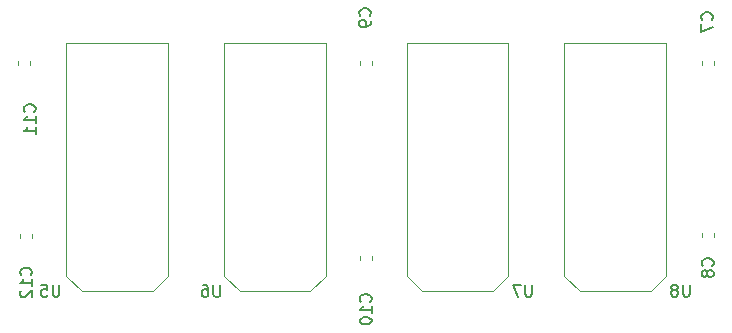
<source format=gbr>
G04 #@! TF.GenerationSoftware,KiCad,Pcbnew,5.1.5*
G04 #@! TF.CreationDate,2020-05-24T05:14:00+08:00*
G04 #@! TF.ProjectId,EDO RAM Stick Recreated,45444f20-5241-44d2-9053-7469636b2052,01*
G04 #@! TF.SameCoordinates,Original*
G04 #@! TF.FileFunction,Legend,Bot*
G04 #@! TF.FilePolarity,Positive*
%FSLAX46Y46*%
G04 Gerber Fmt 4.6, Leading zero omitted, Abs format (unit mm)*
G04 Created by KiCad (PCBNEW 5.1.5) date 2020-05-24 05:14:00*
%MOMM*%
%LPD*%
G04 APERTURE LIST*
%ADD10C,0.120000*%
%ADD11C,0.150000*%
G04 APERTURE END LIST*
D10*
X113502000Y-71831600D02*
X114802000Y-73131600D01*
X114802000Y-73131600D02*
X120802000Y-73131600D01*
X122102000Y-71831600D02*
X122102000Y-52081600D01*
X122102000Y-52081600D02*
X113502000Y-52081600D01*
X113502000Y-52081600D02*
X113502000Y-71831600D01*
X120802000Y-73131600D02*
X122102000Y-71831600D01*
X100141600Y-71831600D02*
X101441600Y-73131600D01*
X101441600Y-73131600D02*
X107441600Y-73131600D01*
X108741600Y-71831600D02*
X108741600Y-52081600D01*
X108741600Y-52081600D02*
X100141600Y-52081600D01*
X100141600Y-52081600D02*
X100141600Y-71831600D01*
X107441600Y-73131600D02*
X108741600Y-71831600D01*
X84698400Y-71831600D02*
X85998400Y-73131600D01*
X85998400Y-73131600D02*
X91998400Y-73131600D01*
X93298400Y-71831600D02*
X93298400Y-52081600D01*
X93298400Y-52081600D02*
X84698400Y-52081600D01*
X84698400Y-52081600D02*
X84698400Y-71831600D01*
X91998400Y-73131600D02*
X93298400Y-71831600D01*
X71338000Y-71831600D02*
X72638000Y-73131600D01*
X72638000Y-73131600D02*
X78638000Y-73131600D01*
X79938000Y-71831600D02*
X79938000Y-52081600D01*
X79938000Y-52081600D02*
X71338000Y-52081600D01*
X71338000Y-52081600D02*
X71338000Y-71831600D01*
X78638000Y-73131600D02*
X79938000Y-71831600D01*
X68429600Y-68307133D02*
X68429600Y-68649667D01*
X67409600Y-68307133D02*
X67409600Y-68649667D01*
X67257200Y-54019267D02*
X67257200Y-53676733D01*
X68277200Y-54019267D02*
X68277200Y-53676733D01*
X97233200Y-70135933D02*
X97233200Y-70478467D01*
X96213200Y-70135933D02*
X96213200Y-70478467D01*
X96162400Y-54019267D02*
X96162400Y-53676733D01*
X97182400Y-54019267D02*
X97182400Y-53676733D01*
X125169200Y-68536667D02*
X125169200Y-68194133D01*
X126189200Y-68536667D02*
X126189200Y-68194133D01*
X125118400Y-54007867D02*
X125118400Y-53665333D01*
X126138400Y-54007867D02*
X126138400Y-53665333D01*
D11*
X124113904Y-72583980D02*
X124113904Y-73393504D01*
X124066285Y-73488742D01*
X124018666Y-73536361D01*
X123923428Y-73583980D01*
X123732952Y-73583980D01*
X123637714Y-73536361D01*
X123590095Y-73488742D01*
X123542476Y-73393504D01*
X123542476Y-72583980D01*
X122923428Y-73012552D02*
X123018666Y-72964933D01*
X123066285Y-72917314D01*
X123113904Y-72822076D01*
X123113904Y-72774457D01*
X123066285Y-72679219D01*
X123018666Y-72631600D01*
X122923428Y-72583980D01*
X122732952Y-72583980D01*
X122637714Y-72631600D01*
X122590095Y-72679219D01*
X122542476Y-72774457D01*
X122542476Y-72822076D01*
X122590095Y-72917314D01*
X122637714Y-72964933D01*
X122732952Y-73012552D01*
X122923428Y-73012552D01*
X123018666Y-73060171D01*
X123066285Y-73107790D01*
X123113904Y-73203028D01*
X123113904Y-73393504D01*
X123066285Y-73488742D01*
X123018666Y-73536361D01*
X122923428Y-73583980D01*
X122732952Y-73583980D01*
X122637714Y-73536361D01*
X122590095Y-73488742D01*
X122542476Y-73393504D01*
X122542476Y-73203028D01*
X122590095Y-73107790D01*
X122637714Y-73060171D01*
X122732952Y-73012552D01*
X110753504Y-72583980D02*
X110753504Y-73393504D01*
X110705885Y-73488742D01*
X110658266Y-73536361D01*
X110563028Y-73583980D01*
X110372552Y-73583980D01*
X110277314Y-73536361D01*
X110229695Y-73488742D01*
X110182076Y-73393504D01*
X110182076Y-72583980D01*
X109801123Y-72583980D02*
X109134457Y-72583980D01*
X109563028Y-73583980D01*
X84353304Y-72604380D02*
X84353304Y-73413904D01*
X84305685Y-73509142D01*
X84258066Y-73556761D01*
X84162828Y-73604380D01*
X83972352Y-73604380D01*
X83877114Y-73556761D01*
X83829495Y-73509142D01*
X83781876Y-73413904D01*
X83781876Y-72604380D01*
X82877114Y-72604380D02*
X83067590Y-72604380D01*
X83162828Y-72652000D01*
X83210447Y-72699619D01*
X83305685Y-72842476D01*
X83353304Y-73032952D01*
X83353304Y-73413904D01*
X83305685Y-73509142D01*
X83258066Y-73556761D01*
X83162828Y-73604380D01*
X82972352Y-73604380D01*
X82877114Y-73556761D01*
X82829495Y-73509142D01*
X82781876Y-73413904D01*
X82781876Y-73175809D01*
X82829495Y-73080571D01*
X82877114Y-73032952D01*
X82972352Y-72985333D01*
X83162828Y-72985333D01*
X83258066Y-73032952D01*
X83305685Y-73080571D01*
X83353304Y-73175809D01*
X70738904Y-72583980D02*
X70738904Y-73393504D01*
X70691285Y-73488742D01*
X70643666Y-73536361D01*
X70548428Y-73583980D01*
X70357952Y-73583980D01*
X70262714Y-73536361D01*
X70215095Y-73488742D01*
X70167476Y-73393504D01*
X70167476Y-72583980D01*
X69215095Y-72583980D02*
X69691285Y-72583980D01*
X69738904Y-73060171D01*
X69691285Y-73012552D01*
X69596047Y-72964933D01*
X69357952Y-72964933D01*
X69262714Y-73012552D01*
X69215095Y-73060171D01*
X69167476Y-73155409D01*
X69167476Y-73393504D01*
X69215095Y-73488742D01*
X69262714Y-73536361D01*
X69357952Y-73583980D01*
X69596047Y-73583980D01*
X69691285Y-73536361D01*
X69738904Y-73488742D01*
X68327542Y-71758542D02*
X68375161Y-71710923D01*
X68422780Y-71568066D01*
X68422780Y-71472828D01*
X68375161Y-71329971D01*
X68279923Y-71234733D01*
X68184685Y-71187114D01*
X67994209Y-71139495D01*
X67851352Y-71139495D01*
X67660876Y-71187114D01*
X67565638Y-71234733D01*
X67470400Y-71329971D01*
X67422780Y-71472828D01*
X67422780Y-71568066D01*
X67470400Y-71710923D01*
X67518019Y-71758542D01*
X68422780Y-72710923D02*
X68422780Y-72139495D01*
X68422780Y-72425209D02*
X67422780Y-72425209D01*
X67565638Y-72329971D01*
X67660876Y-72234733D01*
X67708495Y-72139495D01*
X67518019Y-73091876D02*
X67470400Y-73139495D01*
X67422780Y-73234733D01*
X67422780Y-73472828D01*
X67470400Y-73568066D01*
X67518019Y-73615685D01*
X67613257Y-73663304D01*
X67708495Y-73663304D01*
X67851352Y-73615685D01*
X68422780Y-73044257D01*
X68422780Y-73663304D01*
X68632342Y-57940942D02*
X68679961Y-57893323D01*
X68727580Y-57750466D01*
X68727580Y-57655228D01*
X68679961Y-57512371D01*
X68584723Y-57417133D01*
X68489485Y-57369514D01*
X68299009Y-57321895D01*
X68156152Y-57321895D01*
X67965676Y-57369514D01*
X67870438Y-57417133D01*
X67775200Y-57512371D01*
X67727580Y-57655228D01*
X67727580Y-57750466D01*
X67775200Y-57893323D01*
X67822819Y-57940942D01*
X68727580Y-58893323D02*
X68727580Y-58321895D01*
X68727580Y-58607609D02*
X67727580Y-58607609D01*
X67870438Y-58512371D01*
X67965676Y-58417133D01*
X68013295Y-58321895D01*
X68727580Y-59845704D02*
X68727580Y-59274276D01*
X68727580Y-59559990D02*
X67727580Y-59559990D01*
X67870438Y-59464752D01*
X67965676Y-59369514D01*
X68013295Y-59274276D01*
X97080342Y-74021742D02*
X97127961Y-73974123D01*
X97175580Y-73831266D01*
X97175580Y-73736028D01*
X97127961Y-73593171D01*
X97032723Y-73497933D01*
X96937485Y-73450314D01*
X96747009Y-73402695D01*
X96604152Y-73402695D01*
X96413676Y-73450314D01*
X96318438Y-73497933D01*
X96223200Y-73593171D01*
X96175580Y-73736028D01*
X96175580Y-73831266D01*
X96223200Y-73974123D01*
X96270819Y-74021742D01*
X97175580Y-74974123D02*
X97175580Y-74402695D01*
X97175580Y-74688409D02*
X96175580Y-74688409D01*
X96318438Y-74593171D01*
X96413676Y-74497933D01*
X96461295Y-74402695D01*
X96175580Y-75593171D02*
X96175580Y-75688409D01*
X96223200Y-75783647D01*
X96270819Y-75831266D01*
X96366057Y-75878885D01*
X96556533Y-75926504D01*
X96794628Y-75926504D01*
X96985104Y-75878885D01*
X97080342Y-75831266D01*
X97127961Y-75783647D01*
X97175580Y-75688409D01*
X97175580Y-75593171D01*
X97127961Y-75497933D01*
X97080342Y-75450314D01*
X96985104Y-75402695D01*
X96794628Y-75355076D01*
X96556533Y-75355076D01*
X96366057Y-75402695D01*
X96270819Y-75450314D01*
X96223200Y-75497933D01*
X96175580Y-75593171D01*
X97029542Y-49809133D02*
X97077161Y-49761514D01*
X97124780Y-49618657D01*
X97124780Y-49523419D01*
X97077161Y-49380561D01*
X96981923Y-49285323D01*
X96886685Y-49237704D01*
X96696209Y-49190085D01*
X96553352Y-49190085D01*
X96362876Y-49237704D01*
X96267638Y-49285323D01*
X96172400Y-49380561D01*
X96124780Y-49523419D01*
X96124780Y-49618657D01*
X96172400Y-49761514D01*
X96220019Y-49809133D01*
X97124780Y-50285323D02*
X97124780Y-50475800D01*
X97077161Y-50571038D01*
X97029542Y-50618657D01*
X96886685Y-50713895D01*
X96696209Y-50761514D01*
X96315257Y-50761514D01*
X96220019Y-50713895D01*
X96172400Y-50666276D01*
X96124780Y-50571038D01*
X96124780Y-50380561D01*
X96172400Y-50285323D01*
X96220019Y-50237704D01*
X96315257Y-50190085D01*
X96553352Y-50190085D01*
X96648590Y-50237704D01*
X96696209Y-50285323D01*
X96743828Y-50380561D01*
X96743828Y-50571038D01*
X96696209Y-50666276D01*
X96648590Y-50713895D01*
X96553352Y-50761514D01*
X126036342Y-70981333D02*
X126083961Y-70933714D01*
X126131580Y-70790857D01*
X126131580Y-70695619D01*
X126083961Y-70552761D01*
X125988723Y-70457523D01*
X125893485Y-70409904D01*
X125703009Y-70362285D01*
X125560152Y-70362285D01*
X125369676Y-70409904D01*
X125274438Y-70457523D01*
X125179200Y-70552761D01*
X125131580Y-70695619D01*
X125131580Y-70790857D01*
X125179200Y-70933714D01*
X125226819Y-70981333D01*
X125560152Y-71552761D02*
X125512533Y-71457523D01*
X125464914Y-71409904D01*
X125369676Y-71362285D01*
X125322057Y-71362285D01*
X125226819Y-71409904D01*
X125179200Y-71457523D01*
X125131580Y-71552761D01*
X125131580Y-71743238D01*
X125179200Y-71838476D01*
X125226819Y-71886095D01*
X125322057Y-71933714D01*
X125369676Y-71933714D01*
X125464914Y-71886095D01*
X125512533Y-71838476D01*
X125560152Y-71743238D01*
X125560152Y-71552761D01*
X125607771Y-71457523D01*
X125655390Y-71409904D01*
X125750628Y-71362285D01*
X125941104Y-71362285D01*
X126036342Y-71409904D01*
X126083961Y-71457523D01*
X126131580Y-71552761D01*
X126131580Y-71743238D01*
X126083961Y-71838476D01*
X126036342Y-71886095D01*
X125941104Y-71933714D01*
X125750628Y-71933714D01*
X125655390Y-71886095D01*
X125607771Y-71838476D01*
X125560152Y-71743238D01*
X125985542Y-50153333D02*
X126033161Y-50105714D01*
X126080780Y-49962857D01*
X126080780Y-49867619D01*
X126033161Y-49724761D01*
X125937923Y-49629523D01*
X125842685Y-49581904D01*
X125652209Y-49534285D01*
X125509352Y-49534285D01*
X125318876Y-49581904D01*
X125223638Y-49629523D01*
X125128400Y-49724761D01*
X125080780Y-49867619D01*
X125080780Y-49962857D01*
X125128400Y-50105714D01*
X125176019Y-50153333D01*
X125080780Y-50486666D02*
X125080780Y-51153333D01*
X126080780Y-50724761D01*
M02*

</source>
